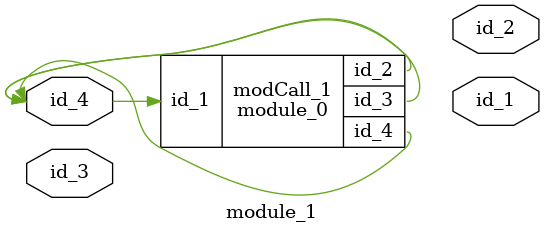
<source format=v>
module module_0 (
    id_1,
    id_2,
    id_3,
    id_4
);
  output wire id_4;
  inout wire id_3;
  inout wire id_2;
  input wire id_1;
  assign id_2 = id_1 - 1;
endmodule
module module_1 (
    id_1,
    id_2,
    id_3,
    id_4
);
  inout wire id_4;
  inout wire id_3;
  output wire id_2;
  output wire id_1;
  assign id_3[1] = id_4 ? 1'b0 : 1;
  module_0 modCall_1 (
      id_4,
      id_4,
      id_4,
      id_4
  );
  wire id_5;
  wire id_6;
  wire id_7;
endmodule

</source>
